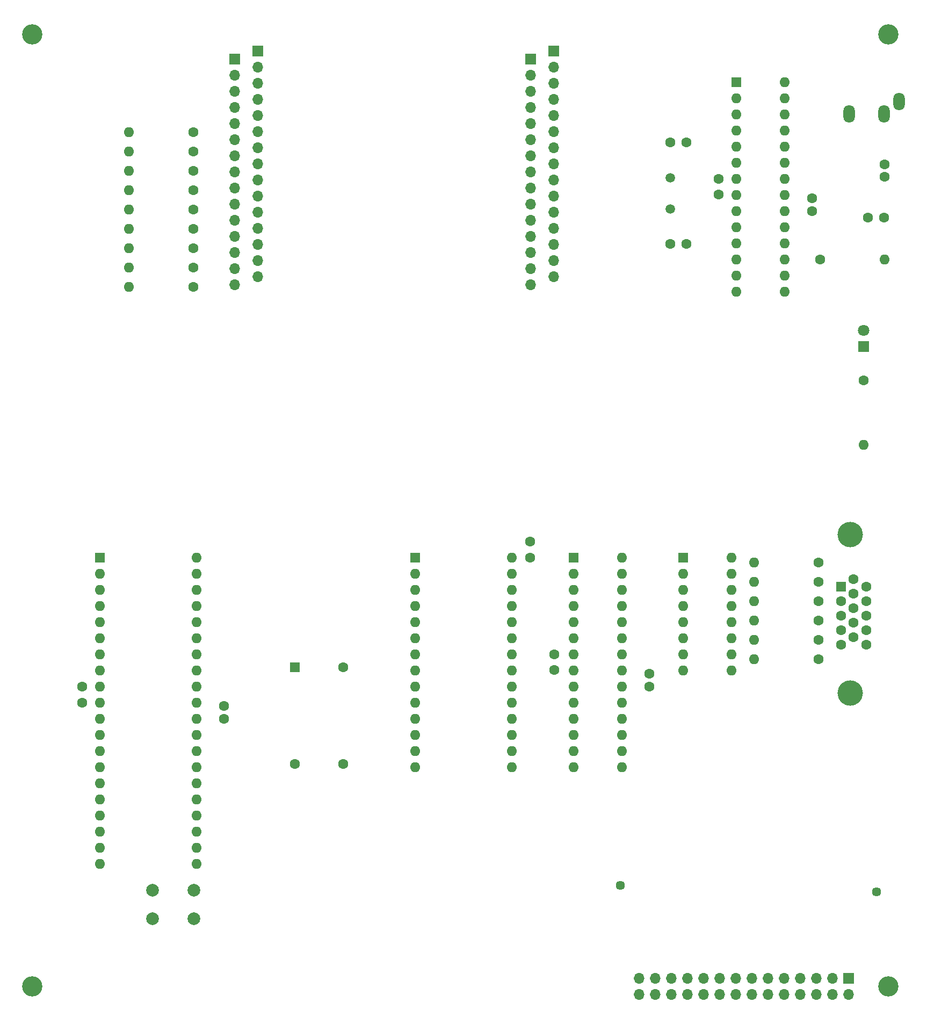
<source format=gbr>
%TF.GenerationSoftware,KiCad,Pcbnew,(5.99.0-7356-g63088e8bdb)*%
%TF.CreationDate,2020-12-15T21:08:54+08:00*%
%TF.ProjectId,DaughterBoard,44617567-6874-4657-9242-6f6172642e6b,rev?*%
%TF.SameCoordinates,Original*%
%TF.FileFunction,Soldermask,Bot*%
%TF.FilePolarity,Negative*%
%FSLAX46Y46*%
G04 Gerber Fmt 4.6, Leading zero omitted, Abs format (unit mm)*
G04 Created by KiCad (PCBNEW (5.99.0-7356-g63088e8bdb)) date 2020-12-15 21:08:54*
%MOMM*%
%LPD*%
G01*
G04 APERTURE LIST*
%ADD10C,1.600000*%
%ADD11O,1.600000X1.600000*%
%ADD12C,3.200000*%
%ADD13C,2.000000*%
%ADD14R,1.600000X1.600000*%
%ADD15R,1.700000X1.700000*%
%ADD16O,1.700000X1.700000*%
%ADD17C,1.450000*%
%ADD18C,1.500000*%
%ADD19R,1.800000X1.800000*%
%ADD20C,1.800000*%
%ADD21O,1.800000X2.800000*%
%ADD22C,4.000000*%
G04 APERTURE END LIST*
D10*
%TO.C,R13*%
X153924000Y-126492000D03*
D11*
X143764000Y-126492000D03*
%TD*%
D10*
%TO.C,R7*%
X55372000Y-58674000D03*
D11*
X45212000Y-58674000D03*
%TD*%
D12*
%TO.C,H3*%
X29973000Y-181102000D03*
%TD*%
D13*
%TO.C,SW1*%
X48945800Y-170463600D03*
X55445800Y-170463600D03*
X55445800Y-165963600D03*
X48945800Y-165963600D03*
%TD*%
D14*
%TO.C,U1*%
X140970000Y-38608000D03*
D11*
X140970000Y-41148000D03*
X140970000Y-43688000D03*
X140970000Y-46228000D03*
X140970000Y-48768000D03*
X140970000Y-51308000D03*
X140970000Y-53848000D03*
X140970000Y-56388000D03*
X140970000Y-58928000D03*
X140970000Y-61468000D03*
X140970000Y-64008000D03*
X140970000Y-66548000D03*
X140970000Y-69088000D03*
X140970000Y-71628000D03*
X148590000Y-71628000D03*
X148590000Y-69088000D03*
X148590000Y-66548000D03*
X148590000Y-64008000D03*
X148590000Y-61468000D03*
X148590000Y-58928000D03*
X148590000Y-56388000D03*
X148590000Y-53848000D03*
X148590000Y-51308000D03*
X148590000Y-48768000D03*
X148590000Y-46228000D03*
X148590000Y-43688000D03*
X148590000Y-41148000D03*
X148590000Y-38608000D03*
%TD*%
D14*
%TO.C,X1*%
X71374000Y-130810000D03*
D10*
X71374000Y-146050000D03*
X78994000Y-146050000D03*
X78994000Y-130810000D03*
%TD*%
D15*
%TO.C,J2*%
X158660000Y-179832000D03*
D16*
X158660000Y-182372000D03*
X156120000Y-179832000D03*
X156120000Y-182372000D03*
X153580000Y-179832000D03*
X153580000Y-182372000D03*
X151040000Y-179832000D03*
X151040000Y-182372000D03*
X148500000Y-179832000D03*
X148500000Y-182372000D03*
X145960000Y-179832000D03*
X145960000Y-182372000D03*
X143420000Y-179832000D03*
X143420000Y-182372000D03*
X140880000Y-179832000D03*
X140880000Y-182372000D03*
X138340000Y-179832000D03*
X138340000Y-182372000D03*
X135800000Y-179832000D03*
X135800000Y-182372000D03*
X133260000Y-179832000D03*
X133260000Y-182372000D03*
X130720000Y-179832000D03*
X130720000Y-182372000D03*
X128180000Y-179832000D03*
X128180000Y-182372000D03*
X125640000Y-179832000D03*
X125640000Y-182372000D03*
%TD*%
D10*
%TO.C,C9*%
X127254000Y-133858000D03*
X127254000Y-131858000D03*
%TD*%
%TO.C,C10*%
X112268000Y-128778000D03*
X112268000Y-131278000D03*
%TD*%
%TO.C,R16*%
X153924000Y-117348000D03*
D11*
X143764000Y-117348000D03*
%TD*%
D17*
%TO.C,J1*%
X163107000Y-166257000D03*
X122717000Y-165257000D03*
%TD*%
D18*
%TO.C,Y1*%
X130556000Y-58637000D03*
X130556000Y-53737000D03*
%TD*%
D19*
%TO.C,D1*%
X161036000Y-80264000D03*
D20*
X161036000Y-77724000D03*
%TD*%
D10*
%TO.C,R14*%
X153924000Y-123444000D03*
D11*
X143764000Y-123444000D03*
%TD*%
D10*
%TO.C,R15*%
X153924000Y-120396000D03*
D11*
X143764000Y-120396000D03*
%TD*%
D14*
%TO.C,U4*%
X115276000Y-113538000D03*
D11*
X115276000Y-116078000D03*
X115276000Y-118618000D03*
X115276000Y-121158000D03*
X115276000Y-123698000D03*
X115276000Y-126238000D03*
X115276000Y-128778000D03*
X115276000Y-131318000D03*
X115276000Y-133858000D03*
X115276000Y-136398000D03*
X115276000Y-138938000D03*
X115276000Y-141478000D03*
X115276000Y-144018000D03*
X115276000Y-146558000D03*
X122896000Y-146558000D03*
X122896000Y-144018000D03*
X122896000Y-141478000D03*
X122896000Y-138938000D03*
X122896000Y-136398000D03*
X122896000Y-133858000D03*
X122896000Y-131318000D03*
X122896000Y-128778000D03*
X122896000Y-126238000D03*
X122896000Y-123698000D03*
X122896000Y-121158000D03*
X122896000Y-118618000D03*
X122896000Y-116078000D03*
X122896000Y-113538000D03*
%TD*%
D10*
%TO.C,R17*%
X153924000Y-114300000D03*
D11*
X143764000Y-114300000D03*
%TD*%
D10*
%TO.C,R6*%
X55372000Y-55626000D03*
D11*
X45212000Y-55626000D03*
%TD*%
D14*
%TO.C,U2*%
X40640000Y-113538000D03*
D11*
X40640000Y-116078000D03*
X40640000Y-118618000D03*
X40640000Y-121158000D03*
X40640000Y-123698000D03*
X40640000Y-126238000D03*
X40640000Y-128778000D03*
X40640000Y-131318000D03*
X40640000Y-133858000D03*
X40640000Y-136398000D03*
X40640000Y-138938000D03*
X40640000Y-141478000D03*
X40640000Y-144018000D03*
X40640000Y-146558000D03*
X40640000Y-149098000D03*
X40640000Y-151638000D03*
X40640000Y-154178000D03*
X40640000Y-156718000D03*
X40640000Y-159258000D03*
X40640000Y-161798000D03*
X55880000Y-161798000D03*
X55880000Y-159258000D03*
X55880000Y-156718000D03*
X55880000Y-154178000D03*
X55880000Y-151638000D03*
X55880000Y-149098000D03*
X55880000Y-146558000D03*
X55880000Y-144018000D03*
X55880000Y-141478000D03*
X55880000Y-138938000D03*
X55880000Y-136398000D03*
X55880000Y-133858000D03*
X55880000Y-131318000D03*
X55880000Y-128778000D03*
X55880000Y-126238000D03*
X55880000Y-123698000D03*
X55880000Y-121158000D03*
X55880000Y-118618000D03*
X55880000Y-116078000D03*
X55880000Y-113538000D03*
%TD*%
D10*
%TO.C,R9*%
X55372000Y-64770000D03*
D11*
X45212000Y-64770000D03*
%TD*%
D12*
%TO.C,H4*%
X164973000Y-181102000D03*
%TD*%
D10*
%TO.C,R8*%
X55372000Y-61722000D03*
D11*
X45212000Y-61722000D03*
%TD*%
D21*
%TO.C,J5*%
X158724000Y-43656000D03*
X166624000Y-41656000D03*
X164224000Y-43656000D03*
%TD*%
D10*
%TO.C,C5*%
X164219321Y-59954905D03*
X161719321Y-59954905D03*
%TD*%
%TO.C,C6*%
X164338000Y-51562000D03*
X164338000Y-53562000D03*
%TD*%
%TO.C,R11*%
X55372000Y-70866000D03*
D11*
X45212000Y-70866000D03*
%TD*%
D10*
%TO.C,C4*%
X138176000Y-53848000D03*
X138176000Y-56348000D03*
%TD*%
%TO.C,R2*%
X154200401Y-66548000D03*
D11*
X164360401Y-66548000D03*
%TD*%
D22*
%TO.C,J6*%
X158900000Y-134925000D03*
X158900000Y-109925000D03*
D14*
X157480000Y-118110000D03*
D10*
X157480000Y-120400000D03*
X157480000Y-122690000D03*
X157480000Y-124980000D03*
X157480000Y-127270000D03*
X159460000Y-116965000D03*
X159460000Y-119255000D03*
X159460000Y-121545000D03*
X159460000Y-123835000D03*
X159460000Y-126125000D03*
X161440000Y-118110000D03*
X161440000Y-120400000D03*
X161440000Y-122690000D03*
X161440000Y-124980000D03*
X161440000Y-127270000D03*
%TD*%
%TO.C,R4*%
X55372000Y-49530000D03*
D11*
X45212000Y-49530000D03*
%TD*%
D10*
%TO.C,C12*%
X108458000Y-113538000D03*
X108458000Y-111038000D03*
%TD*%
%TO.C,R1*%
X161036000Y-85598000D03*
D11*
X161036000Y-95758000D03*
%TD*%
D10*
%TO.C,R10*%
X55372000Y-67818000D03*
D11*
X45212000Y-67818000D03*
%TD*%
D10*
%TO.C,C3*%
X152908000Y-58928000D03*
X152908000Y-56928000D03*
%TD*%
%TO.C,C8*%
X130556000Y-48149000D03*
X133056000Y-48149000D03*
%TD*%
D14*
%TO.C,U5*%
X90364000Y-113538000D03*
D11*
X90364000Y-116078000D03*
X90364000Y-118618000D03*
X90364000Y-121158000D03*
X90364000Y-123698000D03*
X90364000Y-126238000D03*
X90364000Y-128778000D03*
X90364000Y-131318000D03*
X90364000Y-133858000D03*
X90364000Y-136398000D03*
X90364000Y-138938000D03*
X90364000Y-141478000D03*
X90364000Y-144018000D03*
X90364000Y-146558000D03*
X105604000Y-146558000D03*
X105604000Y-144018000D03*
X105604000Y-141478000D03*
X105604000Y-138938000D03*
X105604000Y-136398000D03*
X105604000Y-133858000D03*
X105604000Y-131318000D03*
X105604000Y-128778000D03*
X105604000Y-126238000D03*
X105604000Y-123698000D03*
X105604000Y-121158000D03*
X105604000Y-118618000D03*
X105604000Y-116078000D03*
X105604000Y-113538000D03*
%TD*%
D10*
%TO.C,R3*%
X55372000Y-46482000D03*
D11*
X45212000Y-46482000D03*
%TD*%
D10*
%TO.C,R12*%
X153924000Y-129540000D03*
D11*
X143764000Y-129540000D03*
%TD*%
D12*
%TO.C,H2*%
X29973000Y-31102000D03*
%TD*%
D10*
%TO.C,C11*%
X60198000Y-138938000D03*
X60198000Y-136938000D03*
%TD*%
D14*
%TO.C,U6*%
X132588000Y-113538000D03*
D11*
X132588000Y-116078000D03*
X132588000Y-118618000D03*
X132588000Y-121158000D03*
X132588000Y-123698000D03*
X132588000Y-126238000D03*
X132588000Y-128778000D03*
X132588000Y-131318000D03*
X140208000Y-131318000D03*
X140208000Y-128778000D03*
X140208000Y-126238000D03*
X140208000Y-123698000D03*
X140208000Y-121158000D03*
X140208000Y-118618000D03*
X140208000Y-116078000D03*
X140208000Y-113538000D03*
%TD*%
D10*
%TO.C,C14*%
X37846000Y-136398000D03*
X37846000Y-133898000D03*
%TD*%
%TO.C,R5*%
X55372000Y-52578000D03*
D11*
X45212000Y-52578000D03*
%TD*%
D12*
%TO.C,H1*%
X164973000Y-31102000D03*
%TD*%
D10*
%TO.C,C7*%
X130556000Y-64151000D03*
X133056000Y-64151000D03*
%TD*%
D15*
%TO.C,J3*%
X65532000Y-33741000D03*
D16*
X65532000Y-36281000D03*
X65532000Y-38821000D03*
X65532000Y-41361000D03*
X65532000Y-43901000D03*
X65532000Y-46441000D03*
X65532000Y-48981000D03*
X65532000Y-51521000D03*
X65532000Y-54061000D03*
X65532000Y-56601000D03*
X65532000Y-59141000D03*
X65532000Y-61681000D03*
X65532000Y-64221000D03*
X65532000Y-66761000D03*
X65532000Y-69301000D03*
%TD*%
D15*
%TO.C,J7*%
X61917000Y-35011000D03*
D16*
X61917000Y-37551000D03*
X61917000Y-40091000D03*
X61917000Y-42631000D03*
X61917000Y-45171000D03*
X61917000Y-47711000D03*
X61917000Y-50251000D03*
X61917000Y-52791000D03*
X61917000Y-55331000D03*
X61917000Y-57871000D03*
X61917000Y-60411000D03*
X61917000Y-62951000D03*
X61917000Y-65491000D03*
X61917000Y-68031000D03*
X61917000Y-70571000D03*
%TD*%
D15*
%TO.C,J4*%
X112166400Y-33741000D03*
D16*
X112166400Y-36281000D03*
X112166400Y-38821000D03*
X112166400Y-41361000D03*
X112166400Y-43901000D03*
X112166400Y-46441000D03*
X112166400Y-48981000D03*
X112166400Y-51521000D03*
X112166400Y-54061000D03*
X112166400Y-56601000D03*
X112166400Y-59141000D03*
X112166400Y-61681000D03*
X112166400Y-64221000D03*
X112166400Y-66761000D03*
X112166400Y-69301000D03*
%TD*%
D15*
%TO.C,J8*%
X108536843Y-35011000D03*
D16*
X108536843Y-37551000D03*
X108536843Y-40091000D03*
X108536843Y-42631000D03*
X108536843Y-45171000D03*
X108536843Y-47711000D03*
X108536843Y-50251000D03*
X108536843Y-52791000D03*
X108536843Y-55331000D03*
X108536843Y-57871000D03*
X108536843Y-60411000D03*
X108536843Y-62951000D03*
X108536843Y-65491000D03*
X108536843Y-68031000D03*
X108536843Y-70571000D03*
%TD*%
M02*

</source>
